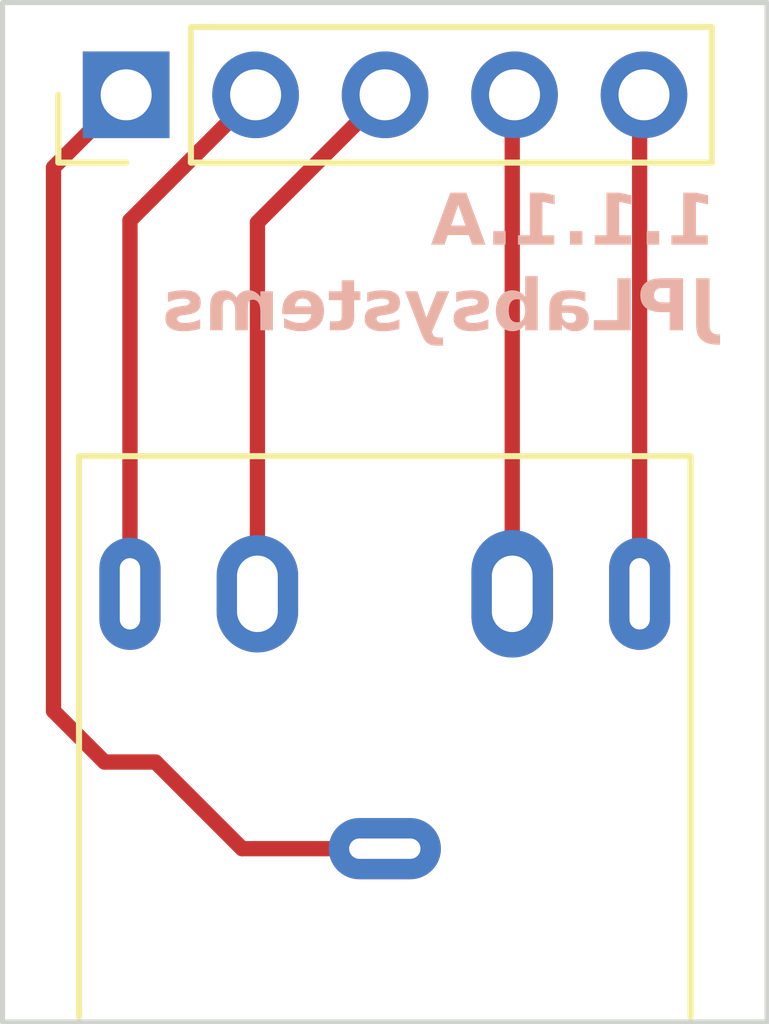
<source format=kicad_pcb>
(kicad_pcb (version 20221018) (generator pcbnew)
  (layers (0 "F.Cu" signal) (31 "B.Cu" signal) (34 "B.Paste" user) (35 "F.Paste" user) (36 "B.SilkS" user "B.Silkscreen") (37 "F.SilkS" user "F.Silkscreen") (38 "B.Mask" user) (39 "F.Mask" user) (44 "Edge.Cuts" user))
  (net 0 "")
  (net 1 "GND")
  (net 2 "RN")
  (net 3 "R")
  (footprint "Connector_Audio:Jack_3.5mm_CUI_SJ1-3525N_Horizontal" (layer "F.Cu") (at 152.5 102.7)
    (fp_text reference "REF**" hide)
    (fp_text value "Jack_3.5mm_CUI_SJ1-3525N_Horizontal" hide)
    (fp_line (start -6 -7.7) (end 6 -7.7) (stroke (width 0.12)) (layer "F.SilkS"))
    (fp_line (start -6 3.3) (end -6 -7.7) (stroke (width 0.12)) (layer "F.SilkS"))
    (fp_line (start 6 -7.7) (end 6 3.3) (stroke (width 0.12)) (layer "F.SilkS"))
    (pad "" np_thru_hole circle (at -5 0) (size 1.2 1.2) (drill 1.2) (layers "F&B.Cu" "*.Mask"))
    (pad "" np_thru_hole circle (at -5 2.5) (size 1.2 1.2) (drill 1.2) (layers "F&B.Cu" "*.Mask"))
    (pad "" np_thru_hole circle (at 0 -5) (size 1.2 1.2) (drill 1.2) (layers "F&B.Cu" "*.Mask"))
    (pad "" np_thru_hole circle (at 5 0) (size 1.2 1.2) (drill 1.2) (layers "F&B.Cu" "*.Mask"))
    (pad "" np_thru_hole circle (at 5 2.5) (size 1.2 1.2) (drill 1.2) (layers "F&B.Cu" "*.Mask"))
    (pad "R" thru_hole oval (at -5 -5) (size 1.2 2.2) (drill oval 0.4 1.4) (layers "*.Cu" "*.Mask") (net 3 "R"))
    (pad "RN" thru_hole oval (at -2.5 -5) (size 1.6 2.3) (drill oval 0.8 1.5) (layers "*.Cu" "*.Mask") (net 2 "RN"))
    (pad "S" thru_hole oval (at 0 0) (size 2.2 1.2) (drill oval 1.4 0.4) (layers "*.Cu" "*.Mask") (net 1 "GND"))
    (pad "T" thru_hole oval (at 5 -5 180) (size 1.2 2.2) (drill oval 0.4 1.4) (layers "*.Cu" "*.Mask"))
    (pad "TN" thru_hole oval (at 2.5 -5 180) (size 1.6 2.5) (drill oval 0.8 1.5) (layers "*.Cu" "*.Mask"))
  )
  (footprint "Connector_PinHeader_2.54mm:PinHeader_1x05_P2.54mm_Vertical" (layer "F.Cu") (at 147.425 87.91 90)
    (fp_text reference "REF**" hide)
    (fp_text value "PinHeader_1x05_P2.54mm_Vertical" hide)
    (fp_line (start -1.33 -1.33) (end 0 -1.33) (stroke (width 0.12)) (layer "F.SilkS"))
    (fp_line (start -1.33 0) (end -1.33 -1.33) (stroke (width 0.12)) (layer "F.SilkS"))
    (fp_line (start -1.33 1.27) (end -1.33 11.49) (stroke (width 0.12)) (layer "F.SilkS"))
    (fp_line (start -1.33 1.27) (end 1.33 1.27) (stroke (width 0.12)) (layer "F.SilkS"))
    (fp_line (start -1.33 11.49) (end 1.33 11.49) (stroke (width 0.12)) (layer "F.SilkS"))
    (fp_line (start 1.33 1.27) (end 1.33 11.49) (stroke (width 0.12)) (layer "F.SilkS"))
    (pad "1" thru_hole rect (at 0 0 90) (size 1.7 1.7) (drill 1) (layers "*.Cu" "*.Mask") (net 1 "GND"))
    (pad "2" thru_hole oval (at 0 2.54 90) (size 1.7 1.7) (drill 1) (layers "*.Cu" "*.Mask") (net 3 "R"))
    (pad "3" thru_hole oval (at 0 5.08 90) (size 1.7 1.7) (drill 1) (layers "*.Cu" "*.Mask") (net 2 "RN"))
    (pad "4" thru_hole oval (at 0 7.62 90) (size 1.7 1.7) (drill 1) (layers "*.Cu" "*.Mask"))
    (pad "5" thru_hole oval (at 0 10.16 90) (size 1.7 1.7) (drill 1) (layers "*.Cu" "*.Mask"))
  )
  (gr_rect (start 145 86.1) (end 160 106.1) (stroke (width 0.1)) (fill none) (layer "Edge.Cuts"))
  (gr_text "1.1.1.A\nJPLabsystems" (at 159 92.7) (layer "B.SilkS") (effects (font (size 1 1) (thickness 0.2) bold italic) (justify left bottom mirror)))
  (segment (start 155 87.955) (end 155.045 87.91) (width 0.3) (layer "F.Cu") (net 0))
  (segment (start 157.5 97.7) (end 157.5 87.995) (width 0.3) (layer "F.Cu") (net 0))
  (segment (start 155 97.7) (end 155 87.955) (width 0.3) (layer "F.Cu") (net 0))
  (segment (start 157.5 87.995) (end 157.585 87.91) (width 0.3) (layer "F.Cu") (net 0))
  (segment (start 146 100) (end 146 89.335) (width 0.3) (layer "F.Cu") (net 1))
  (segment (start 152.5 102.7) (end 149.7 102.7) (width 0.3) (layer "F.Cu") (net 1))
  (segment (start 148 101) (end 147 101) (width 0.3) (layer "F.Cu") (net 1))
  (segment (start 147 101) (end 146 100) (width 0.3) (layer "F.Cu") (net 1))
  (segment (start 149.7 102.7) (end 148 101) (width 0.3) (layer "F.Cu") (net 1))
  (segment (start 146 89.335) (end 147.425 87.91) (width 0.3) (layer "F.Cu") (net 1))
  (segment (start 150 90.415) (end 152.505 87.91) (width 0.3) (layer "F.Cu") (net 2))
  (segment (start 150 97.7) (end 150 90.415) (width 0.3) (layer "F.Cu") (net 2))
  (segment (start 147.5 97.7) (end 147.5 90.375) (width 0.3) (layer "F.Cu") (net 3))
  (segment (start 147.5 90.375) (end 149.965 87.91) (width 0.3) (layer "F.Cu") (net 3))
)
</source>
